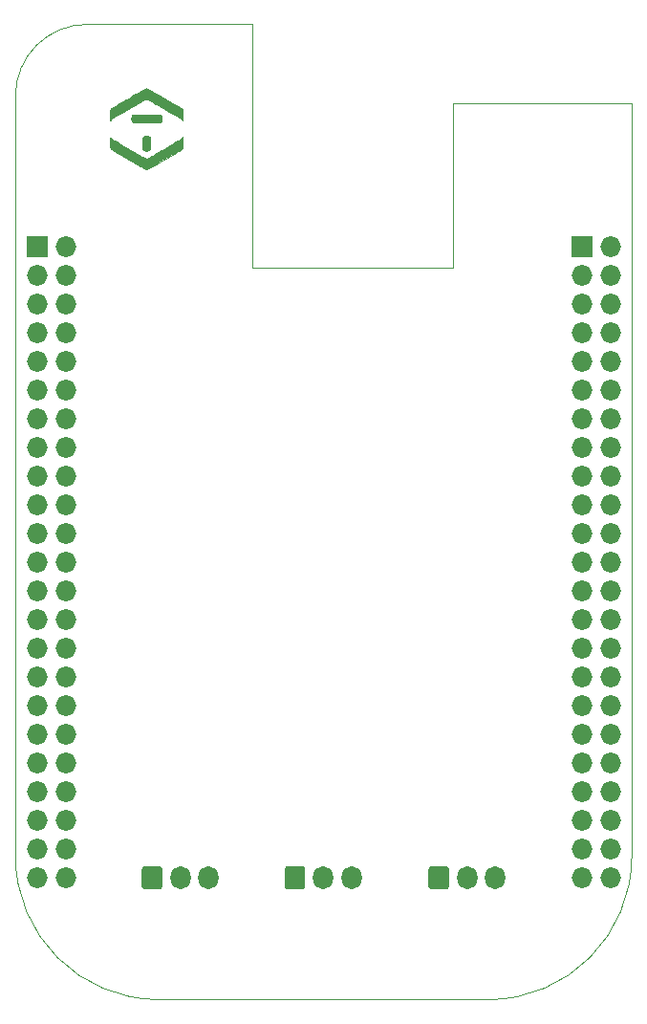
<source format=gbr>
G04 #@! TF.GenerationSoftware,KiCad,Pcbnew,5.1.5-52549c5~86~ubuntu18.04.1*
G04 #@! TF.CreationDate,2020-06-06T12:27:41+01:00*
G04 #@! TF.ProjectId,holobone,686f6c6f-626f-46e6-952e-6b696361645f,rev?*
G04 #@! TF.SameCoordinates,Original*
G04 #@! TF.FileFunction,Soldermask,Bot*
G04 #@! TF.FilePolarity,Negative*
%FSLAX46Y46*%
G04 Gerber Fmt 4.6, Leading zero omitted, Abs format (unit mm)*
G04 Created by KiCad (PCBNEW 5.1.5-52549c5~86~ubuntu18.04.1) date 2020-06-06 12:27:41*
%MOMM*%
%LPD*%
G04 APERTURE LIST*
G04 #@! TA.AperFunction,Profile*
%ADD10C,0.002540*%
G04 #@! TD*
%ADD11C,0.010000*%
%ADD12R,1.828800X1.828800*%
%ADD13O,1.828800X1.828800*%
%ADD14O,1.801600X2.051600*%
%ADD15C,0.150000*%
G04 APERTURE END LIST*
D10*
X114465100Y-116357400D02*
G75*
G03X127165100Y-129057400I12700000J0D01*
G01*
X156375100Y-129057400D02*
G75*
G03X169075100Y-116357400I0J12700000D01*
G01*
X120815100Y-42697400D02*
G75*
G03X114465100Y-49047400I0J-6350000D01*
G01*
X135420100Y-42697400D02*
X120815100Y-42697400D01*
X135420100Y-64287400D02*
X135420100Y-42697400D01*
X153200100Y-64287400D02*
X135420100Y-64287400D01*
X153200100Y-49682400D02*
X153200100Y-64287400D01*
X169075100Y-49682400D02*
X153200100Y-49682400D01*
X169075100Y-116357400D02*
X169075100Y-49682400D01*
X127165100Y-129057400D02*
X156375100Y-129057400D01*
X114465100Y-49047400D02*
X114465100Y-116357400D01*
D11*
G04 #@! TO.C,G\002A\002A\002A*
G36*
X127386755Y-50921456D02*
G01*
X127383916Y-50849621D01*
X127377254Y-50801980D01*
X127365191Y-50769467D01*
X127346147Y-50743014D01*
X127336036Y-50731902D01*
X127284721Y-50677233D01*
X124844146Y-50677233D01*
X124793542Y-50731099D01*
X124769684Y-50760627D01*
X124754324Y-50794625D01*
X124745288Y-50843280D01*
X124740404Y-50916781D01*
X124738249Y-50990391D01*
X124737349Y-51083904D01*
X124738814Y-51164942D01*
X124742325Y-51221749D01*
X124744943Y-51238150D01*
X124767560Y-51284739D01*
X124800237Y-51328108D01*
X124844146Y-51375733D01*
X127284721Y-51375733D01*
X127336036Y-51321135D01*
X127358372Y-51294587D01*
X127373085Y-51265662D01*
X127381755Y-51225296D01*
X127385959Y-51164425D01*
X127387278Y-51073985D01*
X127387350Y-51026553D01*
X127386755Y-50921456D01*
G37*
X127386755Y-50921456D02*
X127383916Y-50849621D01*
X127377254Y-50801980D01*
X127365191Y-50769467D01*
X127346147Y-50743014D01*
X127336036Y-50731902D01*
X127284721Y-50677233D01*
X124844146Y-50677233D01*
X124793542Y-50731099D01*
X124769684Y-50760627D01*
X124754324Y-50794625D01*
X124745288Y-50843280D01*
X124740404Y-50916781D01*
X124738249Y-50990391D01*
X124737349Y-51083904D01*
X124738814Y-51164942D01*
X124742325Y-51221749D01*
X124744943Y-51238150D01*
X124767560Y-51284739D01*
X124800237Y-51328108D01*
X124844146Y-51375733D01*
X127284721Y-51375733D01*
X127336036Y-51321135D01*
X127358372Y-51294587D01*
X127373085Y-51265662D01*
X127381755Y-51225296D01*
X127385959Y-51164425D01*
X127387278Y-51073985D01*
X127387350Y-51026553D01*
X127386755Y-50921456D01*
G36*
X126424267Y-53248861D02*
G01*
X126423609Y-53074027D01*
X126421013Y-52936508D01*
X126415548Y-52831299D01*
X126406282Y-52753392D01*
X126392283Y-52697782D01*
X126372618Y-52659464D01*
X126346357Y-52633429D01*
X126312568Y-52614674D01*
X126305666Y-52611706D01*
X126236087Y-52594238D01*
X126140219Y-52584722D01*
X126033351Y-52583141D01*
X125930770Y-52589476D01*
X125847765Y-52603708D01*
X125821799Y-52612292D01*
X125787260Y-52630615D01*
X125760175Y-52656625D01*
X125739661Y-52695224D01*
X125724834Y-52751312D01*
X125714810Y-52829790D01*
X125708707Y-52935557D01*
X125705639Y-53073516D01*
X125704725Y-53248565D01*
X125704719Y-53261578D01*
X125704981Y-53413716D01*
X125706136Y-53529097D01*
X125708606Y-53613292D01*
X125712810Y-53671874D01*
X125719168Y-53710416D01*
X125728100Y-53734491D01*
X125740028Y-53749670D01*
X125741642Y-53751124D01*
X125807800Y-53797806D01*
X125891431Y-53841729D01*
X125976932Y-53875958D01*
X126048703Y-53893561D01*
X126064434Y-53894566D01*
X126126217Y-53884499D01*
X126202112Y-53858782D01*
X126244519Y-53839072D01*
X126301318Y-53809671D01*
X126344736Y-53784867D01*
X126376561Y-53758786D01*
X126398582Y-53725552D01*
X126412590Y-53679290D01*
X126420374Y-53614126D01*
X126423721Y-53524183D01*
X126424423Y-53403588D01*
X126424267Y-53248861D01*
G37*
X126424267Y-53248861D02*
X126423609Y-53074027D01*
X126421013Y-52936508D01*
X126415548Y-52831299D01*
X126406282Y-52753392D01*
X126392283Y-52697782D01*
X126372618Y-52659464D01*
X126346357Y-52633429D01*
X126312568Y-52614674D01*
X126305666Y-52611706D01*
X126236087Y-52594238D01*
X126140219Y-52584722D01*
X126033351Y-52583141D01*
X125930770Y-52589476D01*
X125847765Y-52603708D01*
X125821799Y-52612292D01*
X125787260Y-52630615D01*
X125760175Y-52656625D01*
X125739661Y-52695224D01*
X125724834Y-52751312D01*
X125714810Y-52829790D01*
X125708707Y-52935557D01*
X125705639Y-53073516D01*
X125704725Y-53248565D01*
X125704719Y-53261578D01*
X125704981Y-53413716D01*
X125706136Y-53529097D01*
X125708606Y-53613292D01*
X125712810Y-53671874D01*
X125719168Y-53710416D01*
X125728100Y-53734491D01*
X125740028Y-53749670D01*
X125741642Y-53751124D01*
X125807800Y-53797806D01*
X125891431Y-53841729D01*
X125976932Y-53875958D01*
X126048703Y-53893561D01*
X126064434Y-53894566D01*
X126126217Y-53884499D01*
X126202112Y-53858782D01*
X126244519Y-53839072D01*
X126301318Y-53809671D01*
X126344736Y-53784867D01*
X126376561Y-53758786D01*
X126398582Y-53725552D01*
X126412590Y-53679290D01*
X126420374Y-53614126D01*
X126423721Y-53524183D01*
X126424423Y-53403588D01*
X126424267Y-53248861D01*
G36*
X129212976Y-52752095D02*
G01*
X129195700Y-52771075D01*
X129169367Y-52794172D01*
X129131645Y-52822813D01*
X129080204Y-52858422D01*
X129012714Y-52902422D01*
X128926843Y-52956240D01*
X128820261Y-53021298D01*
X128690637Y-53099023D01*
X128535641Y-53190838D01*
X128352943Y-53298167D01*
X128140210Y-53422437D01*
X127895114Y-53565070D01*
X127651959Y-53706241D01*
X127381570Y-53863012D01*
X127145265Y-53999784D01*
X126940571Y-54117905D01*
X126765015Y-54218724D01*
X126616124Y-54303587D01*
X126491426Y-54373844D01*
X126388448Y-54430842D01*
X126304716Y-54475931D01*
X126237758Y-54510458D01*
X126185102Y-54535771D01*
X126144273Y-54553219D01*
X126112800Y-54564149D01*
X126088209Y-54569911D01*
X126068029Y-54571851D01*
X126064201Y-54571900D01*
X126044550Y-54570573D01*
X126020989Y-54565690D01*
X125991036Y-54555899D01*
X125952206Y-54539848D01*
X125902016Y-54516183D01*
X125837983Y-54483551D01*
X125757624Y-54440601D01*
X125658454Y-54385980D01*
X125537991Y-54318335D01*
X125393752Y-54236313D01*
X125223252Y-54138562D01*
X125024008Y-54023729D01*
X124793537Y-53890462D01*
X124529356Y-53737408D01*
X124487259Y-53713002D01*
X124211442Y-53552935D01*
X123969958Y-53412388D01*
X123760402Y-53289844D01*
X123580368Y-53183788D01*
X123427452Y-53092705D01*
X123299248Y-53015079D01*
X123193353Y-52949394D01*
X123107361Y-52894135D01*
X123038866Y-52847786D01*
X122985465Y-52808832D01*
X122944752Y-52775757D01*
X122914322Y-52747045D01*
X122891770Y-52721182D01*
X122874804Y-52696830D01*
X122866138Y-52690854D01*
X122859641Y-52707138D01*
X122855070Y-52749618D01*
X122852182Y-52822226D01*
X122850733Y-52928898D01*
X122850481Y-53073566D01*
X122850512Y-53090233D01*
X122851605Y-53226342D01*
X122854116Y-53352216D01*
X122857772Y-53460146D01*
X122862301Y-53542422D01*
X122867433Y-53591337D01*
X122868311Y-53595634D01*
X122892540Y-53663152D01*
X122924918Y-53720332D01*
X122949289Y-53739329D01*
X123007668Y-53777889D01*
X123097399Y-53834413D01*
X123215826Y-53907299D01*
X123360293Y-53994949D01*
X123528145Y-54095762D01*
X123716726Y-54208137D01*
X123923379Y-54330475D01*
X124145449Y-54461176D01*
X124380280Y-54598638D01*
X124456333Y-54643004D01*
X124724660Y-54799376D01*
X124958944Y-54935779D01*
X125161709Y-55053577D01*
X125335476Y-55154133D01*
X125482767Y-55238812D01*
X125606107Y-55308976D01*
X125708017Y-55365991D01*
X125791019Y-55411219D01*
X125857637Y-55446025D01*
X125910393Y-55471772D01*
X125951809Y-55489825D01*
X125984408Y-55501546D01*
X126010713Y-55508300D01*
X126033246Y-55511451D01*
X126054530Y-55512362D01*
X126064434Y-55512404D01*
X126086075Y-55512026D01*
X126107855Y-55510001D01*
X126132308Y-55504962D01*
X126161968Y-55495542D01*
X126199368Y-55480373D01*
X126247044Y-55458088D01*
X126307529Y-55427321D01*
X126383356Y-55386702D01*
X126477060Y-55334866D01*
X126591176Y-55270444D01*
X126728235Y-55192069D01*
X126890774Y-55098374D01*
X127081326Y-54987992D01*
X127302424Y-54859555D01*
X127556603Y-54711696D01*
X127662517Y-54650059D01*
X127893342Y-54515418D01*
X128114284Y-54385945D01*
X128322497Y-54263343D01*
X128515139Y-54149314D01*
X128689365Y-54045559D01*
X128842331Y-53953782D01*
X128971193Y-53875685D01*
X129073108Y-53812969D01*
X129145231Y-53767338D01*
X129184719Y-53740492D01*
X129190824Y-53735301D01*
X129219656Y-53696827D01*
X129241855Y-53650544D01*
X129258230Y-53590744D01*
X129269589Y-53511721D01*
X129276739Y-53407770D01*
X129280488Y-53273183D01*
X129281645Y-53102255D01*
X129281649Y-53093879D01*
X129281767Y-52663609D01*
X129212976Y-52752095D01*
G37*
X129212976Y-52752095D02*
X129195700Y-52771075D01*
X129169367Y-52794172D01*
X129131645Y-52822813D01*
X129080204Y-52858422D01*
X129012714Y-52902422D01*
X128926843Y-52956240D01*
X128820261Y-53021298D01*
X128690637Y-53099023D01*
X128535641Y-53190838D01*
X128352943Y-53298167D01*
X128140210Y-53422437D01*
X127895114Y-53565070D01*
X127651959Y-53706241D01*
X127381570Y-53863012D01*
X127145265Y-53999784D01*
X126940571Y-54117905D01*
X126765015Y-54218724D01*
X126616124Y-54303587D01*
X126491426Y-54373844D01*
X126388448Y-54430842D01*
X126304716Y-54475931D01*
X126237758Y-54510458D01*
X126185102Y-54535771D01*
X126144273Y-54553219D01*
X126112800Y-54564149D01*
X126088209Y-54569911D01*
X126068029Y-54571851D01*
X126064201Y-54571900D01*
X126044550Y-54570573D01*
X126020989Y-54565690D01*
X125991036Y-54555899D01*
X125952206Y-54539848D01*
X125902016Y-54516183D01*
X125837983Y-54483551D01*
X125757624Y-54440601D01*
X125658454Y-54385980D01*
X125537991Y-54318335D01*
X125393752Y-54236313D01*
X125223252Y-54138562D01*
X125024008Y-54023729D01*
X124793537Y-53890462D01*
X124529356Y-53737408D01*
X124487259Y-53713002D01*
X124211442Y-53552935D01*
X123969958Y-53412388D01*
X123760402Y-53289844D01*
X123580368Y-53183788D01*
X123427452Y-53092705D01*
X123299248Y-53015079D01*
X123193353Y-52949394D01*
X123107361Y-52894135D01*
X123038866Y-52847786D01*
X122985465Y-52808832D01*
X122944752Y-52775757D01*
X122914322Y-52747045D01*
X122891770Y-52721182D01*
X122874804Y-52696830D01*
X122866138Y-52690854D01*
X122859641Y-52707138D01*
X122855070Y-52749618D01*
X122852182Y-52822226D01*
X122850733Y-52928898D01*
X122850481Y-53073566D01*
X122850512Y-53090233D01*
X122851605Y-53226342D01*
X122854116Y-53352216D01*
X122857772Y-53460146D01*
X122862301Y-53542422D01*
X122867433Y-53591337D01*
X122868311Y-53595634D01*
X122892540Y-53663152D01*
X122924918Y-53720332D01*
X122949289Y-53739329D01*
X123007668Y-53777889D01*
X123097399Y-53834413D01*
X123215826Y-53907299D01*
X123360293Y-53994949D01*
X123528145Y-54095762D01*
X123716726Y-54208137D01*
X123923379Y-54330475D01*
X124145449Y-54461176D01*
X124380280Y-54598638D01*
X124456333Y-54643004D01*
X124724660Y-54799376D01*
X124958944Y-54935779D01*
X125161709Y-55053577D01*
X125335476Y-55154133D01*
X125482767Y-55238812D01*
X125606107Y-55308976D01*
X125708017Y-55365991D01*
X125791019Y-55411219D01*
X125857637Y-55446025D01*
X125910393Y-55471772D01*
X125951809Y-55489825D01*
X125984408Y-55501546D01*
X126010713Y-55508300D01*
X126033246Y-55511451D01*
X126054530Y-55512362D01*
X126064434Y-55512404D01*
X126086075Y-55512026D01*
X126107855Y-55510001D01*
X126132308Y-55504962D01*
X126161968Y-55495542D01*
X126199368Y-55480373D01*
X126247044Y-55458088D01*
X126307529Y-55427321D01*
X126383356Y-55386702D01*
X126477060Y-55334866D01*
X126591176Y-55270444D01*
X126728235Y-55192069D01*
X126890774Y-55098374D01*
X127081326Y-54987992D01*
X127302424Y-54859555D01*
X127556603Y-54711696D01*
X127662517Y-54650059D01*
X127893342Y-54515418D01*
X128114284Y-54385945D01*
X128322497Y-54263343D01*
X128515139Y-54149314D01*
X128689365Y-54045559D01*
X128842331Y-53953782D01*
X128971193Y-53875685D01*
X129073108Y-53812969D01*
X129145231Y-53767338D01*
X129184719Y-53740492D01*
X129190824Y-53735301D01*
X129219656Y-53696827D01*
X129241855Y-53650544D01*
X129258230Y-53590744D01*
X129269589Y-53511721D01*
X129276739Y-53407770D01*
X129280488Y-53273183D01*
X129281645Y-53102255D01*
X129281649Y-53093879D01*
X129281767Y-52663609D01*
X129212976Y-52752095D01*
G36*
X129280914Y-50804233D02*
G01*
X129279936Y-50667173D01*
X129277302Y-50539448D01*
X129273309Y-50429013D01*
X129268257Y-50343823D01*
X129262442Y-50291832D01*
X129261535Y-50287443D01*
X129229072Y-50210690D01*
X129174908Y-50139699D01*
X129172082Y-50136936D01*
X129143007Y-50115859D01*
X129080173Y-50075405D01*
X128986506Y-50017321D01*
X128864934Y-49943357D01*
X128718382Y-49855262D01*
X128549776Y-49754783D01*
X128362044Y-49643669D01*
X128158111Y-49523669D01*
X127940904Y-49396532D01*
X127713349Y-49264006D01*
X127636996Y-49219685D01*
X127370616Y-49065235D01*
X127138287Y-48930704D01*
X126937468Y-48814719D01*
X126765620Y-48715908D01*
X126620204Y-48632900D01*
X126498679Y-48564322D01*
X126398507Y-48508801D01*
X126317147Y-48464967D01*
X126252060Y-48431447D01*
X126200707Y-48406868D01*
X126160547Y-48389859D01*
X126129042Y-48379048D01*
X126103651Y-48373062D01*
X126081835Y-48370529D01*
X126064434Y-48370067D01*
X126043658Y-48370760D01*
X126021438Y-48373756D01*
X125995234Y-48380426D01*
X125962508Y-48392142D01*
X125920718Y-48410277D01*
X125867326Y-48436202D01*
X125799791Y-48471290D01*
X125715575Y-48516912D01*
X125612138Y-48574441D01*
X125486940Y-48645250D01*
X125337441Y-48730709D01*
X125161101Y-48832191D01*
X124955383Y-48951068D01*
X124717744Y-49088712D01*
X124491872Y-49219685D01*
X124261561Y-49353597D01*
X124040639Y-49482694D01*
X123832032Y-49605226D01*
X123638667Y-49719445D01*
X123463469Y-49823603D01*
X123309365Y-49915951D01*
X123179282Y-49994740D01*
X123076145Y-50058221D01*
X123002882Y-50104647D01*
X122962418Y-50132269D01*
X122956786Y-50136936D01*
X122901981Y-50207013D01*
X122868148Y-50284078D01*
X122867332Y-50287443D01*
X122861396Y-50334165D01*
X122856267Y-50415118D01*
X122852244Y-50522204D01*
X122849625Y-50647323D01*
X122848706Y-50782377D01*
X122848716Y-50793650D01*
X122849084Y-50936919D01*
X122850033Y-51042593D01*
X122852028Y-51115409D01*
X122855535Y-51160105D01*
X122861019Y-51181419D01*
X122868947Y-51184088D01*
X122879784Y-51172851D01*
X122885252Y-51165216D01*
X122923396Y-51113619D01*
X122952934Y-51077394D01*
X122976036Y-51061173D01*
X123032498Y-51025850D01*
X123118952Y-50973381D01*
X123232031Y-50905721D01*
X123368370Y-50824826D01*
X123524601Y-50732650D01*
X123697358Y-50631148D01*
X123883275Y-50522276D01*
X124078986Y-50407989D01*
X124281123Y-50290242D01*
X124486320Y-50170990D01*
X124691210Y-50052187D01*
X124892428Y-49935790D01*
X125086606Y-49823753D01*
X125270378Y-49718032D01*
X125440377Y-49620581D01*
X125593238Y-49533356D01*
X125725593Y-49458312D01*
X125834076Y-49397403D01*
X125915320Y-49352586D01*
X125965959Y-49325814D01*
X125980452Y-49319156D01*
X126049169Y-49307000D01*
X126112590Y-49309836D01*
X126141126Y-49322295D01*
X126203337Y-49354518D01*
X126296360Y-49404890D01*
X126417332Y-49471797D01*
X126563390Y-49553622D01*
X126731670Y-49648751D01*
X126919311Y-49755569D01*
X127123448Y-49872461D01*
X127341218Y-49997812D01*
X127569759Y-50130005D01*
X127683107Y-50195801D01*
X127954161Y-50353401D01*
X128190946Y-50491310D01*
X128395855Y-50611004D01*
X128571278Y-50713960D01*
X128719609Y-50801658D01*
X128843238Y-50875573D01*
X128944557Y-50937184D01*
X129025957Y-50987968D01*
X129089831Y-51029404D01*
X129138571Y-51062968D01*
X129174567Y-51090138D01*
X129200211Y-51112391D01*
X129217895Y-51131207D01*
X129230011Y-51148061D01*
X129233218Y-51153483D01*
X129281071Y-51238150D01*
X129280914Y-50804233D01*
G37*
X129280914Y-50804233D02*
X129279936Y-50667173D01*
X129277302Y-50539448D01*
X129273309Y-50429013D01*
X129268257Y-50343823D01*
X129262442Y-50291832D01*
X129261535Y-50287443D01*
X129229072Y-50210690D01*
X129174908Y-50139699D01*
X129172082Y-50136936D01*
X129143007Y-50115859D01*
X129080173Y-50075405D01*
X128986506Y-50017321D01*
X128864934Y-49943357D01*
X128718382Y-49855262D01*
X128549776Y-49754783D01*
X128362044Y-49643669D01*
X128158111Y-49523669D01*
X127940904Y-49396532D01*
X127713349Y-49264006D01*
X127636996Y-49219685D01*
X127370616Y-49065235D01*
X127138287Y-48930704D01*
X126937468Y-48814719D01*
X126765620Y-48715908D01*
X126620204Y-48632900D01*
X126498679Y-48564322D01*
X126398507Y-48508801D01*
X126317147Y-48464967D01*
X126252060Y-48431447D01*
X126200707Y-48406868D01*
X126160547Y-48389859D01*
X126129042Y-48379048D01*
X126103651Y-48373062D01*
X126081835Y-48370529D01*
X126064434Y-48370067D01*
X126043658Y-48370760D01*
X126021438Y-48373756D01*
X125995234Y-48380426D01*
X125962508Y-48392142D01*
X125920718Y-48410277D01*
X125867326Y-48436202D01*
X125799791Y-48471290D01*
X125715575Y-48516912D01*
X125612138Y-48574441D01*
X125486940Y-48645250D01*
X125337441Y-48730709D01*
X125161101Y-48832191D01*
X124955383Y-48951068D01*
X124717744Y-49088712D01*
X124491872Y-49219685D01*
X124261561Y-49353597D01*
X124040639Y-49482694D01*
X123832032Y-49605226D01*
X123638667Y-49719445D01*
X123463469Y-49823603D01*
X123309365Y-49915951D01*
X123179282Y-49994740D01*
X123076145Y-50058221D01*
X123002882Y-50104647D01*
X122962418Y-50132269D01*
X122956786Y-50136936D01*
X122901981Y-50207013D01*
X122868148Y-50284078D01*
X122867332Y-50287443D01*
X122861396Y-50334165D01*
X122856267Y-50415118D01*
X122852244Y-50522204D01*
X122849625Y-50647323D01*
X122848706Y-50782377D01*
X122848716Y-50793650D01*
X122849084Y-50936919D01*
X122850033Y-51042593D01*
X122852028Y-51115409D01*
X122855535Y-51160105D01*
X122861019Y-51181419D01*
X122868947Y-51184088D01*
X122879784Y-51172851D01*
X122885252Y-51165216D01*
X122923396Y-51113619D01*
X122952934Y-51077394D01*
X122976036Y-51061173D01*
X123032498Y-51025850D01*
X123118952Y-50973381D01*
X123232031Y-50905721D01*
X123368370Y-50824826D01*
X123524601Y-50732650D01*
X123697358Y-50631148D01*
X123883275Y-50522276D01*
X124078986Y-50407989D01*
X124281123Y-50290242D01*
X124486320Y-50170990D01*
X124691210Y-50052187D01*
X124892428Y-49935790D01*
X125086606Y-49823753D01*
X125270378Y-49718032D01*
X125440377Y-49620581D01*
X125593238Y-49533356D01*
X125725593Y-49458312D01*
X125834076Y-49397403D01*
X125915320Y-49352586D01*
X125965959Y-49325814D01*
X125980452Y-49319156D01*
X126049169Y-49307000D01*
X126112590Y-49309836D01*
X126141126Y-49322295D01*
X126203337Y-49354518D01*
X126296360Y-49404890D01*
X126417332Y-49471797D01*
X126563390Y-49553622D01*
X126731670Y-49648751D01*
X126919311Y-49755569D01*
X127123448Y-49872461D01*
X127341218Y-49997812D01*
X127569759Y-50130005D01*
X127683107Y-50195801D01*
X127954161Y-50353401D01*
X128190946Y-50491310D01*
X128395855Y-50611004D01*
X128571278Y-50713960D01*
X128719609Y-50801658D01*
X128843238Y-50875573D01*
X128944557Y-50937184D01*
X129025957Y-50987968D01*
X129089831Y-51029404D01*
X129138571Y-51062968D01*
X129174567Y-51090138D01*
X129200211Y-51112391D01*
X129217895Y-51131207D01*
X129230011Y-51148061D01*
X129233218Y-51153483D01*
X129281071Y-51238150D01*
X129280914Y-50804233D01*
G04 #@! TD*
D12*
G04 #@! TO.C,P2*
X164630100Y-62382400D03*
D13*
X167170100Y-62382400D03*
X164630100Y-64922400D03*
X167170100Y-64922400D03*
X164630100Y-67462400D03*
X167170100Y-67462400D03*
X164630100Y-70002400D03*
X167170100Y-70002400D03*
X164630100Y-72542400D03*
X167170100Y-72542400D03*
X164630100Y-75082400D03*
X167170100Y-75082400D03*
X164630100Y-77622400D03*
X167170100Y-77622400D03*
X164630100Y-80162400D03*
X167170100Y-80162400D03*
X164630100Y-82702400D03*
X167170100Y-82702400D03*
X164630100Y-85242400D03*
X167170100Y-85242400D03*
X164630100Y-87782400D03*
X167170100Y-87782400D03*
X164630100Y-90322400D03*
X167170100Y-90322400D03*
X164630100Y-92862400D03*
X167170100Y-92862400D03*
X164630100Y-95402400D03*
X167170100Y-95402400D03*
X164630100Y-97942400D03*
X167170100Y-97942400D03*
X164630100Y-100482400D03*
X167170100Y-100482400D03*
X164630100Y-103022400D03*
X167170100Y-103022400D03*
X164630100Y-105562400D03*
X167170100Y-105562400D03*
X164630100Y-108102400D03*
X167170100Y-108102400D03*
X164630100Y-110642400D03*
X167170100Y-110642400D03*
X164630100Y-113182400D03*
X167170100Y-113182400D03*
X164630100Y-115722400D03*
X167170100Y-115722400D03*
X164630100Y-118262400D03*
X167170100Y-118262400D03*
G04 #@! TD*
D14*
G04 #@! TO.C,DRIVE B*
X156970100Y-118262400D03*
X154470100Y-118262400D03*
D15*
G36*
X152631928Y-117237876D02*
G01*
X152657646Y-117241691D01*
X152682867Y-117248008D01*
X152707348Y-117256767D01*
X152730851Y-117267884D01*
X152753152Y-117281251D01*
X152774036Y-117296739D01*
X152793301Y-117314199D01*
X152810761Y-117333464D01*
X152826249Y-117354348D01*
X152839616Y-117376649D01*
X152850733Y-117400152D01*
X152859492Y-117424633D01*
X152865809Y-117449854D01*
X152869624Y-117475572D01*
X152870900Y-117501541D01*
X152870900Y-119023259D01*
X152869624Y-119049228D01*
X152865809Y-119074946D01*
X152859492Y-119100167D01*
X152850733Y-119124648D01*
X152839616Y-119148151D01*
X152826249Y-119170452D01*
X152810761Y-119191336D01*
X152793301Y-119210601D01*
X152774036Y-119228061D01*
X152753152Y-119243549D01*
X152730851Y-119256916D01*
X152707348Y-119268033D01*
X152682867Y-119276792D01*
X152657646Y-119283109D01*
X152631928Y-119286924D01*
X152605959Y-119288200D01*
X151334241Y-119288200D01*
X151308272Y-119286924D01*
X151282554Y-119283109D01*
X151257333Y-119276792D01*
X151232852Y-119268033D01*
X151209349Y-119256916D01*
X151187048Y-119243549D01*
X151166164Y-119228061D01*
X151146899Y-119210601D01*
X151129439Y-119191336D01*
X151113951Y-119170452D01*
X151100584Y-119148151D01*
X151089467Y-119124648D01*
X151080708Y-119100167D01*
X151074391Y-119074946D01*
X151070576Y-119049228D01*
X151069300Y-119023259D01*
X151069300Y-117501541D01*
X151070576Y-117475572D01*
X151074391Y-117449854D01*
X151080708Y-117424633D01*
X151089467Y-117400152D01*
X151100584Y-117376649D01*
X151113951Y-117354348D01*
X151129439Y-117333464D01*
X151146899Y-117314199D01*
X151166164Y-117296739D01*
X151187048Y-117281251D01*
X151209349Y-117267884D01*
X151232852Y-117256767D01*
X151257333Y-117248008D01*
X151282554Y-117241691D01*
X151308272Y-117237876D01*
X151334241Y-117236600D01*
X152605959Y-117236600D01*
X152631928Y-117237876D01*
G37*
G04 #@! TD*
D14*
G04 #@! TO.C,DRIVE A*
X144230100Y-118262400D03*
X141730100Y-118262400D03*
D15*
G36*
X139891928Y-117237876D02*
G01*
X139917646Y-117241691D01*
X139942867Y-117248008D01*
X139967348Y-117256767D01*
X139990851Y-117267884D01*
X140013152Y-117281251D01*
X140034036Y-117296739D01*
X140053301Y-117314199D01*
X140070761Y-117333464D01*
X140086249Y-117354348D01*
X140099616Y-117376649D01*
X140110733Y-117400152D01*
X140119492Y-117424633D01*
X140125809Y-117449854D01*
X140129624Y-117475572D01*
X140130900Y-117501541D01*
X140130900Y-119023259D01*
X140129624Y-119049228D01*
X140125809Y-119074946D01*
X140119492Y-119100167D01*
X140110733Y-119124648D01*
X140099616Y-119148151D01*
X140086249Y-119170452D01*
X140070761Y-119191336D01*
X140053301Y-119210601D01*
X140034036Y-119228061D01*
X140013152Y-119243549D01*
X139990851Y-119256916D01*
X139967348Y-119268033D01*
X139942867Y-119276792D01*
X139917646Y-119283109D01*
X139891928Y-119286924D01*
X139865959Y-119288200D01*
X138594241Y-119288200D01*
X138568272Y-119286924D01*
X138542554Y-119283109D01*
X138517333Y-119276792D01*
X138492852Y-119268033D01*
X138469349Y-119256916D01*
X138447048Y-119243549D01*
X138426164Y-119228061D01*
X138406899Y-119210601D01*
X138389439Y-119191336D01*
X138373951Y-119170452D01*
X138360584Y-119148151D01*
X138349467Y-119124648D01*
X138340708Y-119100167D01*
X138334391Y-119074946D01*
X138330576Y-119049228D01*
X138329300Y-119023259D01*
X138329300Y-117501541D01*
X138330576Y-117475572D01*
X138334391Y-117449854D01*
X138340708Y-117424633D01*
X138349467Y-117400152D01*
X138360584Y-117376649D01*
X138373951Y-117354348D01*
X138389439Y-117333464D01*
X138406899Y-117314199D01*
X138426164Y-117296739D01*
X138447048Y-117281251D01*
X138469349Y-117267884D01*
X138492852Y-117256767D01*
X138517333Y-117248008D01*
X138542554Y-117241691D01*
X138568272Y-117237876D01*
X138594241Y-117236600D01*
X139865959Y-117236600D01*
X139891928Y-117237876D01*
G37*
G04 #@! TD*
D14*
G04 #@! TO.C,INPUT*
X131570100Y-118262400D03*
X129070100Y-118262400D03*
D15*
G36*
X127231928Y-117237876D02*
G01*
X127257646Y-117241691D01*
X127282867Y-117248008D01*
X127307348Y-117256767D01*
X127330851Y-117267884D01*
X127353152Y-117281251D01*
X127374036Y-117296739D01*
X127393301Y-117314199D01*
X127410761Y-117333464D01*
X127426249Y-117354348D01*
X127439616Y-117376649D01*
X127450733Y-117400152D01*
X127459492Y-117424633D01*
X127465809Y-117449854D01*
X127469624Y-117475572D01*
X127470900Y-117501541D01*
X127470900Y-119023259D01*
X127469624Y-119049228D01*
X127465809Y-119074946D01*
X127459492Y-119100167D01*
X127450733Y-119124648D01*
X127439616Y-119148151D01*
X127426249Y-119170452D01*
X127410761Y-119191336D01*
X127393301Y-119210601D01*
X127374036Y-119228061D01*
X127353152Y-119243549D01*
X127330851Y-119256916D01*
X127307348Y-119268033D01*
X127282867Y-119276792D01*
X127257646Y-119283109D01*
X127231928Y-119286924D01*
X127205959Y-119288200D01*
X125934241Y-119288200D01*
X125908272Y-119286924D01*
X125882554Y-119283109D01*
X125857333Y-119276792D01*
X125832852Y-119268033D01*
X125809349Y-119256916D01*
X125787048Y-119243549D01*
X125766164Y-119228061D01*
X125746899Y-119210601D01*
X125729439Y-119191336D01*
X125713951Y-119170452D01*
X125700584Y-119148151D01*
X125689467Y-119124648D01*
X125680708Y-119100167D01*
X125674391Y-119074946D01*
X125670576Y-119049228D01*
X125669300Y-119023259D01*
X125669300Y-117501541D01*
X125670576Y-117475572D01*
X125674391Y-117449854D01*
X125680708Y-117424633D01*
X125689467Y-117400152D01*
X125700584Y-117376649D01*
X125713951Y-117354348D01*
X125729439Y-117333464D01*
X125746899Y-117314199D01*
X125766164Y-117296739D01*
X125787048Y-117281251D01*
X125809349Y-117267884D01*
X125832852Y-117256767D01*
X125857333Y-117248008D01*
X125882554Y-117241691D01*
X125908272Y-117237876D01*
X125934241Y-117236600D01*
X127205959Y-117236600D01*
X127231928Y-117237876D01*
G37*
G04 #@! TD*
D12*
G04 #@! TO.C,P1*
X116370100Y-62382400D03*
D13*
X118910100Y-62382400D03*
X116370100Y-64922400D03*
X118910100Y-64922400D03*
X116370100Y-67462400D03*
X118910100Y-67462400D03*
X116370100Y-70002400D03*
X118910100Y-70002400D03*
X116370100Y-72542400D03*
X118910100Y-72542400D03*
X116370100Y-75082400D03*
X118910100Y-75082400D03*
X116370100Y-77622400D03*
X118910100Y-77622400D03*
X116370100Y-80162400D03*
X118910100Y-80162400D03*
X116370100Y-82702400D03*
X118910100Y-82702400D03*
X116370100Y-85242400D03*
X118910100Y-85242400D03*
X116370100Y-87782400D03*
X118910100Y-87782400D03*
X116370100Y-90322400D03*
X118910100Y-90322400D03*
X116370100Y-92862400D03*
X118910100Y-92862400D03*
X116370100Y-95402400D03*
X118910100Y-95402400D03*
X116370100Y-97942400D03*
X118910100Y-97942400D03*
X116370100Y-100482400D03*
X118910100Y-100482400D03*
X116370100Y-103022400D03*
X118910100Y-103022400D03*
X116370100Y-105562400D03*
X118910100Y-105562400D03*
X116370100Y-108102400D03*
X118910100Y-108102400D03*
X116370100Y-110642400D03*
X118910100Y-110642400D03*
X116370100Y-113182400D03*
X118910100Y-113182400D03*
X116370100Y-115722400D03*
X118910100Y-115722400D03*
X116370100Y-118262400D03*
X118910100Y-118262400D03*
G04 #@! TD*
M02*

</source>
